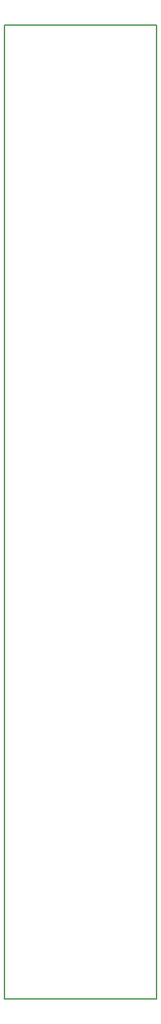
<source format=gbo>
G04 MADE WITH FRITZING*
G04 WWW.FRITZING.ORG*
G04 DOUBLE SIDED*
G04 HOLES PLATED*
G04 CONTOUR ON CENTER OF CONTOUR VECTOR*
%ASAXBY*%
%FSLAX23Y23*%
%MOIN*%
%OFA0B0*%
%SFA1.0B1.0*%
%ADD10R,0.799213X5.059060X0.783213X5.043060*%
%ADD11C,0.008000*%
%LNSILK0*%
G90*
G70*
G54D11*
X4Y5055D02*
X795Y5055D01*
X795Y4D01*
X4Y4D01*
X4Y5055D01*
D02*
G04 End of Silk0*
M02*
</source>
